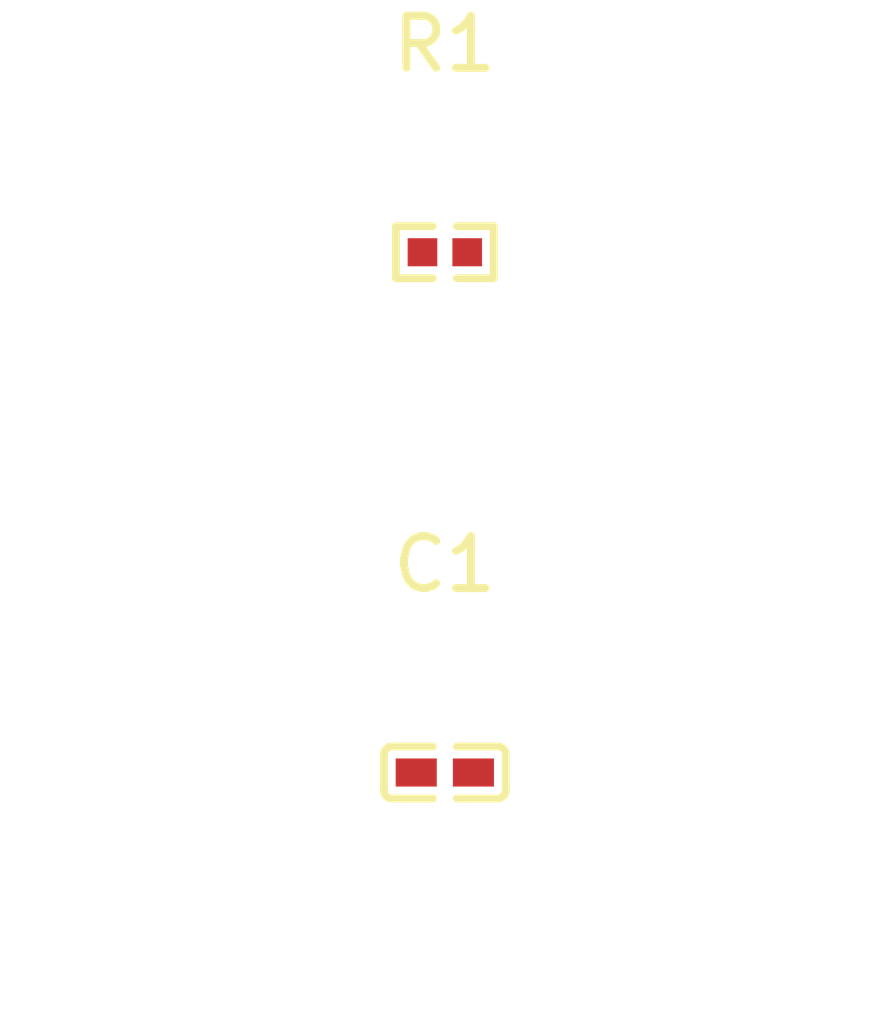
<source format=kicad_pcb>
(kicad_pcb (version 20241229) (generator "atopile") (generator_version "0.9.8")
  (layers (0 "F.Cu" signal) (31 "B.Cu" signal) (34 "B.Paste" user) (35 "F.Paste" user) (36 "B.SilkS" user "B.Silkscreen") (37 "F.SilkS" user "F.Silkscreen") (38 "B.Mask" user) (39 "F.Mask" user) (44 "Edge.Cuts" user))
  (net 0 "")
  (net 1 "net")
  (net 2 "net-1")
  (footprint "Samsung_Electro_Mechanics_CL05B104KO5NNNC:C0402" (layer "F.Cu") (at 0 0 0)
    (property "Reference" "C1" (at 0 -4 0) (layer "F.SilkS") (hide no))
    (property "Value" "100nF ±10% 16V X7R")
    (fp_line (start 1.02 -0.5) (end 0.23 -0.5) (stroke (width 0.15)) (layer "F.SilkS"))
    (fp_line (start 0.23 0.5) (end 1.02 0.5) (stroke (width 0.15)) (layer "F.SilkS"))
    (fp_line (start 1.17 0.35) (end 1.17 -0.35) (stroke (width 0.15)) (layer "F.SilkS"))
    (fp_line (start -1.02 -0.5) (end -0.23 -0.5) (stroke (width 0.15)) (layer "F.SilkS"))
    (fp_line (start -0.23 0.5) (end -1.02 0.5) (stroke (width 0.15)) (layer "F.SilkS"))
    (fp_line (start -1.17 0.35) (end -1.17 -0.35) (stroke (width 0.15)) (layer "F.SilkS"))
    (fp_arc (start 1.17 0.35) (mid 1.1260660171779822 0.456066017177982) (end 1.02 0.4999999999999999) (stroke (width 0.15)) (layer "F.SilkS"))
    (fp_arc (start 1.02 -0.5) (mid 1.1260660171779822 -0.4560660171779821) (end 1.17 -0.35) (stroke (width 0.15)) (layer "F.SilkS"))
    (fp_arc (start -1.17 0.35) (mid -1.1260660171779822 0.456066017177982) (end -1.02 0.4999999999999999) (stroke (width 0.15)) (layer "F.SilkS"))
    (fp_arc (start -1.02 -0.5) (mid -1.1260660171779822 -0.4560660171779821) (end -1.17 -0.35) (stroke (width 0.15)) (layer "F.SilkS"))
    (fp_text user "${REFERENCE}" (at 0 -4 0) (layer "F.SilkS"))
    (pad "2" smd rect (at 0.55 0 0) (size 0.79 0.54) (layers "F.Cu" "F.Paste" "F.Mask") (net 2 "net-1"))
    (pad "1" smd rect (at -0.55 0 0) (size 0.79 0.54) (layers "F.Cu" "F.Paste" "F.Mask") (net 1 "net"))
  )
  (footprint "UNI_ROYAL_0402WGF1002TCE:R0402" (layer "F.Cu") (at 0 -10 0)
    (property "Reference" "R1" (at 0 -4 0) (layer "F.SilkS") (hide no))
    (property "Value" "10kΩ ±1% 62.5mW")
    (fp_line (start -0.23 0.5) (end -0.94 0.5) (stroke (width 0.15)) (layer "F.SilkS"))
    (fp_line (start -0.94 0.5) (end -0.94 -0.5) (stroke (width 0.15)) (layer "F.SilkS"))
    (fp_line (start -0.94 -0.5) (end -0.23 -0.5) (stroke (width 0.15)) (layer "F.SilkS"))
    (fp_line (start 0.23 0.5) (end 0.94 0.5) (stroke (width 0.15)) (layer "F.SilkS"))
    (fp_line (start 0.94 0.5) (end 0.94 -0.5) (stroke (width 0.15)) (layer "F.SilkS"))
    (fp_line (start 0.94 -0.5) (end 0.23 -0.5) (stroke (width 0.15)) (layer "F.SilkS"))
    (fp_text user "${REFERENCE}" (at 0 -4 0) (layer "F.SilkS"))
    (pad "2" smd rect (at 0.43 0 0) (size 0.57 0.54) (layers "F.Cu" "F.Paste" "F.Mask") (net 2 "net-1"))
    (pad "1" smd rect (at -0.43 0 0) (size 0.57 0.54) (layers "F.Cu" "F.Paste" "F.Mask") (net 1 "net"))
  )
)
</source>
